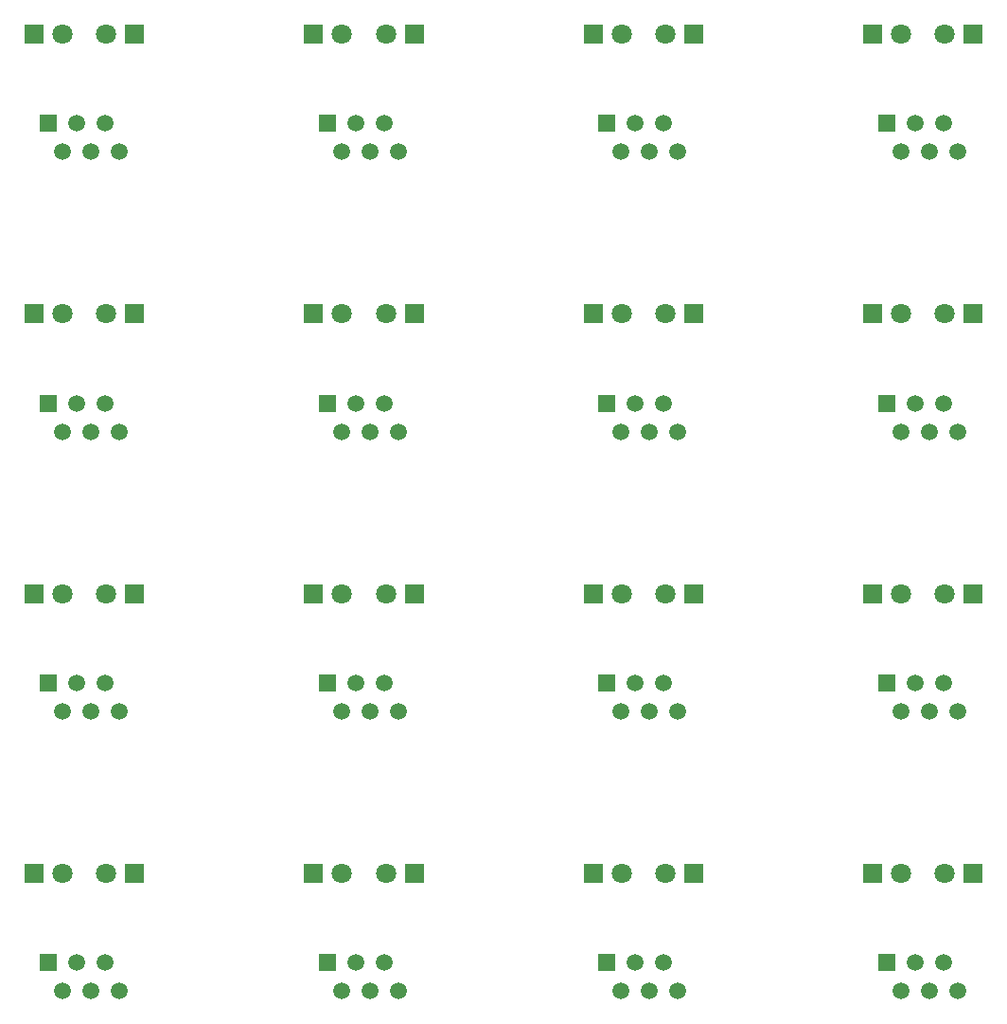
<source format=gbr>
%TF.GenerationSoftware,KiCad,Pcbnew,(5.1.9)-1*%
%TF.CreationDate,2021-10-26T13:29:38+02:00*%
%TF.ProjectId,Smartmeter_IR_V11_multi,536d6172-746d-4657-9465-725f49525f56,rev?*%
%TF.SameCoordinates,Original*%
%TF.FileFunction,Soldermask,Bot*%
%TF.FilePolarity,Negative*%
%FSLAX46Y46*%
G04 Gerber Fmt 4.6, Leading zero omitted, Abs format (unit mm)*
G04 Created by KiCad (PCBNEW (5.1.9)-1) date 2021-10-26 13:29:38*
%MOMM*%
%LPD*%
G01*
G04 APERTURE LIST*
%ADD10R,1.800000X1.800000*%
%ADD11C,1.800000*%
%ADD12R,1.520000X1.520000*%
%ADD13C,1.520000*%
G04 APERTURE END LIST*
D10*
%TO.C,T1*%
X130500000Y-130000000D03*
D11*
X133040000Y-130000000D03*
%TD*%
D12*
%TO.C,J1*%
X56750000Y-138000000D03*
D13*
X58020000Y-140540000D03*
X59290000Y-138000000D03*
X60560000Y-140540000D03*
X61830000Y-138000000D03*
X63100000Y-140540000D03*
%TD*%
%TO.C,J1*%
X88100000Y-140540000D03*
X86830000Y-138000000D03*
X85560000Y-140540000D03*
X84290000Y-138000000D03*
X83020000Y-140540000D03*
D12*
X81750000Y-138000000D03*
%TD*%
D11*
%TO.C,T1*%
X108040000Y-130000000D03*
D10*
X105500000Y-130000000D03*
%TD*%
D13*
%TO.C,J1*%
X138100000Y-140540000D03*
X136830000Y-138000000D03*
X135560000Y-140540000D03*
X134290000Y-138000000D03*
X133020000Y-140540000D03*
D12*
X131750000Y-138000000D03*
%TD*%
D10*
%TO.C,T1*%
X80500000Y-130000000D03*
D11*
X83040000Y-130000000D03*
%TD*%
%TO.C,T1*%
X58040000Y-130000000D03*
D10*
X55500000Y-130000000D03*
%TD*%
%TO.C,D1*%
X114500000Y-130000000D03*
D11*
X111960000Y-130000000D03*
%TD*%
%TO.C,D1*%
X86960000Y-130000000D03*
D10*
X89500000Y-130000000D03*
%TD*%
%TO.C,D1*%
X64500000Y-130000000D03*
D11*
X61960000Y-130000000D03*
%TD*%
%TO.C,D1*%
X136960000Y-130000000D03*
D10*
X139500000Y-130000000D03*
%TD*%
D12*
%TO.C,J1*%
X106750000Y-138000000D03*
D13*
X108020000Y-140540000D03*
X109290000Y-138000000D03*
X110560000Y-140540000D03*
X111830000Y-138000000D03*
X113100000Y-140540000D03*
%TD*%
D10*
%TO.C,D1*%
X89500000Y-105000000D03*
D11*
X86960000Y-105000000D03*
%TD*%
%TO.C,D1*%
X61960000Y-105000000D03*
D10*
X64500000Y-105000000D03*
%TD*%
D13*
%TO.C,J1*%
X113100000Y-115540000D03*
X111830000Y-113000000D03*
X110560000Y-115540000D03*
X109290000Y-113000000D03*
X108020000Y-115540000D03*
D12*
X106750000Y-113000000D03*
%TD*%
D11*
%TO.C,D1*%
X111960000Y-105000000D03*
D10*
X114500000Y-105000000D03*
%TD*%
%TO.C,D1*%
X139500000Y-105000000D03*
D11*
X136960000Y-105000000D03*
%TD*%
D10*
%TO.C,T1*%
X105500000Y-105000000D03*
D11*
X108040000Y-105000000D03*
%TD*%
D12*
%TO.C,J1*%
X81750000Y-113000000D03*
D13*
X83020000Y-115540000D03*
X84290000Y-113000000D03*
X85560000Y-115540000D03*
X86830000Y-113000000D03*
X88100000Y-115540000D03*
%TD*%
D12*
%TO.C,J1*%
X131750000Y-113000000D03*
D13*
X133020000Y-115540000D03*
X134290000Y-113000000D03*
X135560000Y-115540000D03*
X136830000Y-113000000D03*
X138100000Y-115540000D03*
%TD*%
D11*
%TO.C,T1*%
X133040000Y-105000000D03*
D10*
X130500000Y-105000000D03*
%TD*%
D13*
%TO.C,J1*%
X63100000Y-115540000D03*
X61830000Y-113000000D03*
X60560000Y-115540000D03*
X59290000Y-113000000D03*
X58020000Y-115540000D03*
D12*
X56750000Y-113000000D03*
%TD*%
D11*
%TO.C,T1*%
X83040000Y-105000000D03*
D10*
X80500000Y-105000000D03*
%TD*%
%TO.C,T1*%
X55500000Y-105000000D03*
D11*
X58040000Y-105000000D03*
%TD*%
D12*
%TO.C,J1*%
X106750000Y-88000000D03*
D13*
X108020000Y-90540000D03*
X109290000Y-88000000D03*
X110560000Y-90540000D03*
X111830000Y-88000000D03*
X113100000Y-90540000D03*
%TD*%
D10*
%TO.C,D1*%
X114500000Y-80000000D03*
D11*
X111960000Y-80000000D03*
%TD*%
%TO.C,T1*%
X108040000Y-80000000D03*
D10*
X105500000Y-80000000D03*
%TD*%
D11*
%TO.C,D1*%
X86960000Y-80000000D03*
D10*
X89500000Y-80000000D03*
%TD*%
%TO.C,D1*%
X64500000Y-80000000D03*
D11*
X61960000Y-80000000D03*
%TD*%
%TO.C,D1*%
X136960000Y-80000000D03*
D10*
X139500000Y-80000000D03*
%TD*%
%TO.C,T1*%
X130500000Y-80000000D03*
D11*
X133040000Y-80000000D03*
%TD*%
D13*
%TO.C,J1*%
X138100000Y-90540000D03*
X136830000Y-88000000D03*
X135560000Y-90540000D03*
X134290000Y-88000000D03*
X133020000Y-90540000D03*
D12*
X131750000Y-88000000D03*
%TD*%
D13*
%TO.C,J1*%
X88100000Y-90540000D03*
X86830000Y-88000000D03*
X85560000Y-90540000D03*
X84290000Y-88000000D03*
X83020000Y-90540000D03*
D12*
X81750000Y-88000000D03*
%TD*%
%TO.C,J1*%
X56750000Y-88000000D03*
D13*
X58020000Y-90540000D03*
X59290000Y-88000000D03*
X60560000Y-90540000D03*
X61830000Y-88000000D03*
X63100000Y-90540000D03*
%TD*%
D10*
%TO.C,T1*%
X80500000Y-80000000D03*
D11*
X83040000Y-80000000D03*
%TD*%
%TO.C,T1*%
X58040000Y-80000000D03*
D10*
X55500000Y-80000000D03*
%TD*%
D12*
%TO.C,J1*%
X131750000Y-63000000D03*
D13*
X133020000Y-65540000D03*
X134290000Y-63000000D03*
X135560000Y-65540000D03*
X136830000Y-63000000D03*
X138100000Y-65540000D03*
%TD*%
D10*
%TO.C,D1*%
X139500000Y-55000000D03*
D11*
X136960000Y-55000000D03*
%TD*%
%TO.C,T1*%
X133040000Y-55000000D03*
D10*
X130500000Y-55000000D03*
%TD*%
D11*
%TO.C,D1*%
X111960000Y-55000000D03*
D10*
X114500000Y-55000000D03*
%TD*%
D13*
%TO.C,J1*%
X113100000Y-65540000D03*
X111830000Y-63000000D03*
X110560000Y-65540000D03*
X109290000Y-63000000D03*
X108020000Y-65540000D03*
D12*
X106750000Y-63000000D03*
%TD*%
D10*
%TO.C,T1*%
X105500000Y-55000000D03*
D11*
X108040000Y-55000000D03*
%TD*%
D10*
%TO.C,D1*%
X89500000Y-55000000D03*
D11*
X86960000Y-55000000D03*
%TD*%
D12*
%TO.C,J1*%
X81750000Y-63000000D03*
D13*
X83020000Y-65540000D03*
X84290000Y-63000000D03*
X85560000Y-65540000D03*
X86830000Y-63000000D03*
X88100000Y-65540000D03*
%TD*%
D11*
%TO.C,T1*%
X83040000Y-55000000D03*
D10*
X80500000Y-55000000D03*
%TD*%
D11*
%TO.C,D1*%
X61960000Y-55000000D03*
D10*
X64500000Y-55000000D03*
%TD*%
D13*
%TO.C,J1*%
X63100000Y-65540000D03*
X61830000Y-63000000D03*
X60560000Y-65540000D03*
X59290000Y-63000000D03*
X58020000Y-65540000D03*
D12*
X56750000Y-63000000D03*
%TD*%
D10*
%TO.C,T1*%
X55500000Y-55000000D03*
D11*
X58040000Y-55000000D03*
%TD*%
M02*

</source>
